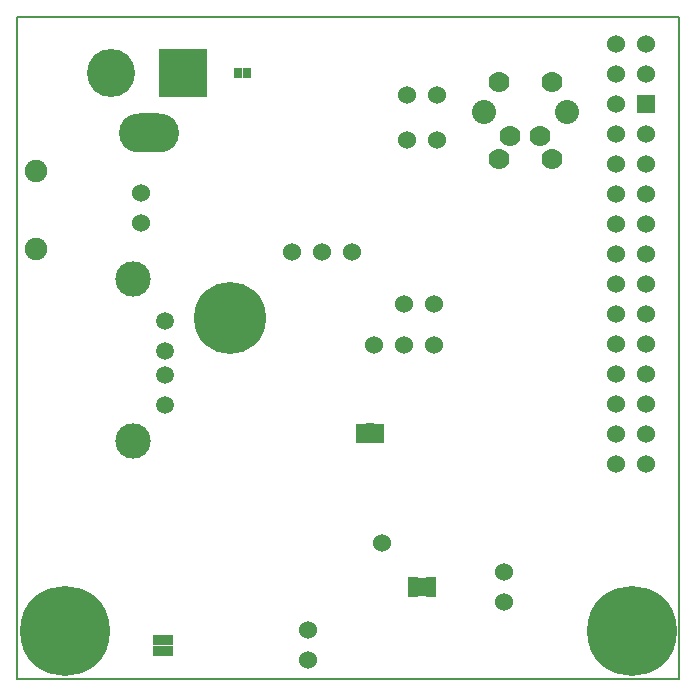
<source format=gbs>
G04 (created by PCBNEW (2013-07-07 BZR 4022)-stable) date 08-Nov-13 3:33:42 PM*
%MOIN*%
G04 Gerber Fmt 3.4, Leading zero omitted, Abs format*
%FSLAX34Y34*%
G01*
G70*
G90*
G04 APERTURE LIST*
%ADD10C,0.00590551*%
%ADD11C,0.07*%
%ADD12C,0.08*%
%ADD13C,0.06*%
%ADD14C,0.16*%
%ADD15R,0.16X0.16*%
%ADD16O,0.2X0.13*%
%ADD17C,0.075*%
%ADD18R,0.03X0.0646457*%
%ADD19R,0.0323622X0.0323622*%
%ADD20C,0.0591*%
%ADD21C,0.1181*%
%ADD22R,0.03X0.0650394*%
%ADD23R,0.0323622X0.0325591*%
%ADD24R,0.0322835X0.0346457*%
%ADD25C,0.3*%
%ADD26R,0.06X0.06*%
%ADD27C,0.24*%
%ADD28R,0.0315748X0.0355118*%
G04 APERTURE END LIST*
G54D10*
X36122Y-29429D02*
X58169Y-29429D01*
X36122Y-7381D02*
X58169Y-7381D01*
X36122Y-29429D02*
X36122Y-7381D01*
X58169Y-7381D02*
X58169Y-29429D01*
G54D11*
X53926Y-9547D03*
X52176Y-9547D03*
G54D12*
X54426Y-10547D03*
X51676Y-10547D03*
G54D11*
X52176Y-12097D03*
X53926Y-12097D03*
X52551Y-11347D03*
X53551Y-11347D03*
G54D13*
X47996Y-18307D03*
X48996Y-18307D03*
X49996Y-18307D03*
X49106Y-9990D03*
X50106Y-9990D03*
X49996Y-16929D03*
X48996Y-16929D03*
X52342Y-26877D03*
X52342Y-25877D03*
X45807Y-27807D03*
X45807Y-28807D03*
X49106Y-11486D03*
X50106Y-11486D03*
G54D14*
X39242Y-9251D03*
G54D15*
X41642Y-9251D03*
G54D16*
X40492Y-11251D03*
G54D13*
X48267Y-24911D03*
G54D17*
X36725Y-12499D03*
X36725Y-15099D03*
G54D18*
X49606Y-26377D03*
G54D19*
X49299Y-26539D03*
X49299Y-26216D03*
X49913Y-26216D03*
X49913Y-26539D03*
G54D20*
X41023Y-20297D03*
X41023Y-19297D03*
X41023Y-18497D03*
X41023Y-17497D03*
G54D21*
X39973Y-21497D03*
X39973Y-16097D03*
G54D22*
X47874Y-21259D03*
G54D23*
X47566Y-21422D03*
X47566Y-21097D03*
X48181Y-21097D03*
X48181Y-21422D03*
G54D24*
X41145Y-28500D03*
X40822Y-28500D03*
X41145Y-28153D03*
X40822Y-28153D03*
G54D25*
X37696Y-27854D03*
X56594Y-27854D03*
G54D13*
X40226Y-13250D03*
X40226Y-14250D03*
X56084Y-8271D03*
X57084Y-8271D03*
X56084Y-9271D03*
X57084Y-9271D03*
X56084Y-10271D03*
G54D26*
X57084Y-10271D03*
G54D13*
X56084Y-11271D03*
X57084Y-11271D03*
X56084Y-12271D03*
X57084Y-12271D03*
X56084Y-13271D03*
X57084Y-13271D03*
X56084Y-14271D03*
X57084Y-14271D03*
X56084Y-15271D03*
X57084Y-15271D03*
X56084Y-16271D03*
X57084Y-16271D03*
X56084Y-17271D03*
X57084Y-17271D03*
X56084Y-18271D03*
X57084Y-18271D03*
X56084Y-19271D03*
X57084Y-19271D03*
X56084Y-20271D03*
X57084Y-20271D03*
G54D27*
X43208Y-17411D03*
G54D13*
X45289Y-15206D03*
X46289Y-15206D03*
X47289Y-15206D03*
G54D28*
X43474Y-9242D03*
X43789Y-9242D03*
G54D13*
X56084Y-21271D03*
X56084Y-22271D03*
X57084Y-21271D03*
X57084Y-22271D03*
M02*

</source>
